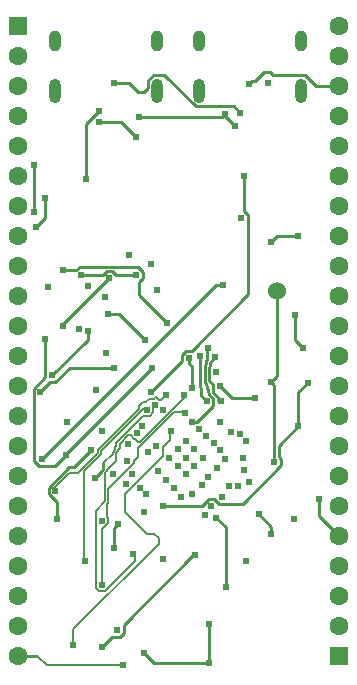
<source format=gbl>
G04 Layer: BottomLayer*
G04 EasyEDA Pro v2.2.45.4, 2026-01-02 03:19:05*
G04 Gerber Generator version 0.3*
G04 Scale: 100 percent, Rotated: No, Reflected: No*
G04 Dimensions in millimeters*
G04 Leading zeros omitted, absolute positions, 4 integers and 5 decimals*
G04 Generated by one-click*
%FSLAX45Y45*%
%MOMM*%
%ADD10R,1.6X1.6*%
%ADD11C,1.6*%
%ADD12O,1.0X1.8*%
%ADD13O,1.0X2.1*%
%ADD14C,1.524*%
%ADD15C,0.6096*%
%ADD16C,0.6162*%
%ADD17C,0.61*%
%ADD18C,0.254*%
%ADD19C,0.127*%
%ADD20C,0.1778*%
%ADD21C,0.1524*%
G75*


G04 Pad Start*
G54D10*
G01X2857500Y139700D03*
G54D11*
G01X2857500Y393700D03*
G01X2857500Y647700D03*
G01X2857500Y901700D03*
G01X2857500Y1155700D03*
G01X2857500Y1409700D03*
G01X2857500Y1663700D03*
G01X2857500Y1917700D03*
G01X2857500Y2171700D03*
G01X2857500Y2425700D03*
G01X2857500Y2679700D03*
G01X2857500Y2933700D03*
G01X2857500Y3187700D03*
G01X2857500Y3441700D03*
G01X2857500Y3695700D03*
G01X2857500Y3949700D03*
G01X2857500Y4203700D03*
G01X2857500Y4457700D03*
G01X2857500Y4711700D03*
G01X2857500Y4965700D03*
G01X2857500Y5219700D03*
G01X2857500Y5473700D03*
G54D10*
G01X139700Y5473700D03*
G54D11*
G01X139700Y5219700D03*
G01X139700Y4965700D03*
G01X139700Y4711700D03*
G01X139700Y4457700D03*
G01X139700Y4203700D03*
G01X139700Y3949700D03*
G01X139700Y3695700D03*
G01X139700Y3441700D03*
G01X139700Y3187700D03*
G01X139700Y2933700D03*
G01X139700Y2679700D03*
G01X139700Y2425700D03*
G01X139700Y2171700D03*
G01X139700Y1917700D03*
G01X139700Y1663700D03*
G01X139700Y1409700D03*
G01X139700Y1155700D03*
G01X139700Y901700D03*
G01X139700Y647700D03*
G01X139700Y393700D03*
G01X139700Y139700D03*
G54D12*
G01X1320991Y5342636D03*
G54D13*
G01X1320991Y4924628D03*
G01X457010Y4924628D03*
G54D12*
G01X457010Y5342636D03*
G01X2540191Y5342636D03*
G54D13*
G01X2540191Y4924628D03*
G01X1676210Y4924628D03*
G54D12*
G01X1676210Y5342636D03*
G54D14*
G01X2336800Y3225800D03*
G04 Pad End*

G04 Via Start*
G54D15*
G01X1491389Y1886828D03*
G01X1420679Y1816118D03*
G01X1632775Y1745407D03*
G01X1562082Y1674715D03*
G01X1562100Y1957539D03*
G01X1703521Y1816118D03*
G01X1562100Y1816118D03*
G01X1632739Y1886828D03*
G01X1491389Y1745407D03*
G54D17*
G01X1552998Y2193502D03*
G01X1545530Y2349500D03*
G01X1365218Y2216321D03*
G01X1435100Y2044700D03*
G01X1301648Y2260515D03*
G01X1265500Y2371702D03*
G01X1308100Y1917700D03*
G01X1147985Y2026817D03*
G01X1244600Y1866900D03*
G01X1074842Y1931921D03*
G01X1066800Y1790700D03*
G01X1051481Y1597700D03*
G01X1172707Y1562251D03*
G01X1224359Y1506141D03*
G01X1327757Y1702953D03*
G01X1397000Y1625600D03*
G01X1206559Y1358761D03*
G01X1460500Y1562100D03*
G01X1365086Y1409700D03*
G01X1524000Y1485900D03*
G01X1816100Y1308100D03*
G01X1612900Y1511300D03*
G01X1778000Y1409700D03*
G01X1701800Y1587500D03*
G01X1866900Y1485900D03*
G01X1752600Y1651000D03*
G01X1930400Y1574800D03*
G01X1828800Y1727200D03*
G01X2006600Y1574800D03*
G01X1892300Y1803400D03*
G01X2049375Y1709825D03*
G01X2044700Y1816100D03*
G01X2070100Y1955800D03*
G01X1847045Y1878609D03*
G01X2019300Y2019300D03*
G01X1943100Y2032000D03*
G01X1797237Y1936563D03*
G01X1729477Y1996177D03*
G01X1854200Y2120900D03*
G01X1676400Y2057400D03*
G01X1859300Y2298621D03*
G01X1612900Y2120900D03*
G01X1736079Y2293089D03*
G01X1616055Y2403536D03*
G01X469900Y1295400D03*
G01X1368178Y961778D03*
G01X977900Y355600D03*
G01X2070100Y939800D03*
G01X2476500Y1295400D03*
G01X1816197Y2539903D03*
G01X850900Y1282700D03*
G01X850900Y736600D03*
G01X2095500Y1612900D03*
G01X2692400Y1468100D03*
G01X2286020Y2457430D03*
G01X1808500Y2667000D03*
G01X2095500Y4978400D03*
G01X1684000Y2676432D03*
G01X1587500Y2661900D03*
G01X1752600Y2743200D03*
G01X2260600Y4991100D03*
G01X1892300Y4724400D03*
G01X1981200Y4622800D03*
G01X2032000Y3848100D03*
G01X1277600Y2578100D03*
G01X546100Y1841500D03*
G01X946554Y1675996D03*
G01X2278400Y3646150D03*
G01X2513350Y3696950D03*
G01X1898790Y723900D03*
G01X1758810Y406400D03*
G01X1758810Y76200D03*
G01X1206500Y165100D03*
G01X1028700Y60500D03*
G01X717550Y4171950D03*
G01X825500Y4749800D03*
G01X279400Y4292600D03*
G01X279400Y3898900D03*
G01X368300Y4013200D03*
G01X292100Y3771900D03*
G01X852878Y2040132D03*
G01X952500Y1054100D03*
G01X990600Y1257300D03*
G01X1194183Y2088382D03*
G01X914400Y3340100D03*
G01X517170Y2933700D03*
G01X391729Y3258513D03*
G01X889000Y2705100D03*
G01X2311400Y1778000D03*
G01X850900Y215900D03*
G01X1638300Y990600D03*
G01X1727200Y1333500D03*
G01X675218Y3365500D03*
G01X652810Y2904497D03*
G01X952500Y4991100D03*
G01X2019300Y4737100D03*
G01X431800Y2514600D03*
G01X729011Y2890679D03*
G01X2057400Y4203700D03*
G01X1143000Y3365500D03*
G01X558800Y2120900D03*
G01X342900Y1803400D03*
G01X1879600Y3276600D03*
G01X1320800Y3238500D03*
G01X330200Y2374900D03*
G01X952500Y2578100D03*
G01X525308Y3403600D03*
G01X1404600Y2959100D03*
G01X1079500Y3530600D03*
G01X2486005Y3025795D03*
G01X2552700Y2743200D03*
G01X901700Y3035300D03*
G01X368300Y2819400D03*
G01X1219200Y2811269D03*
G01X1117600Y1003300D03*
G01X609600Y228600D03*
G01X711200Y939800D03*
G01X1231900Y2222500D03*
G01X800100Y2387600D03*
G01X1143000Y4533900D03*
G01X825500Y4660900D03*
G01X1270000Y3454400D03*
G01X876300Y3175000D03*
G01X733619Y3267096D03*
G01X1397000Y2344931D03*
G01X457200Y1536700D03*
G01X2598608Y2452599D03*
G01X2514600Y2082800D03*
G54D15*
G01X761221Y1877847D03*
G54D17*
G01X796250Y1647880D03*
G01X1168400Y4699000D03*
G01X2179438Y1336890D03*
G01X2286000Y1168400D03*
G01X1853721Y2421788D03*
G01X2146300Y2324100D03*
G01X1104900Y1676400D03*
G04 Via End*

G04 Track Start*
G54D18*
G01X2857500Y1155700D02*
G01X2692400Y1320800D01*
G01X2692400Y1468100D01*
G01X2857500Y4965700D02*
G01X2664286Y4965700D01*
G01X2572458Y5057528D01*
G01X2295772Y5057528D01*
G01X2273300Y5080000D01*
G01X2222500Y5080000D01*
G01X2124711Y5007611D02*
G01X2095500Y4978400D01*
G01X2150111Y5007611D02*
G01X2124711Y5007611D01*
G01X2222500Y5080000D02*
G01X2150111Y5007611D01*
G01X1736079Y2293089D02*
G01X1693432Y2335736D01*
G01X1587500Y2616200D02*
G01X1587500Y2661900D01*
G01X1616055Y2587645D02*
G01X1587500Y2616200D01*
G01X1616055Y2403536D02*
G01X1616055Y2587645D01*
G01X1693432Y2404576D02*
G01X1684000Y2414008D01*
G01X1684000Y2676432D01*
G01X1693432Y2335736D02*
G01X1693432Y2404576D01*
G01X1892300Y4724400D02*
G01X1892300Y4711700D01*
G01X1981200Y4622800D01*
G01X1758810Y406400D02*
G01X1758810Y76200D01*
G01X1206500Y165100D02*
G01X1295400Y76200D01*
G01X1758810Y76200D01*
G01X1277600Y2578100D02*
G01X546100Y1846600D01*
G01X546100Y1841500D01*
G01X139700Y139700D02*
G01X304800Y139700D01*
G54D19*
G01X304800Y139700D02*
G01X384000Y60500D01*
G01X1028700Y60500D01*
G54D18*
G01X717550Y4171950D02*
G01X717550Y4641850D01*
G01X825500Y4749800D01*
G01X279400Y4292600D02*
G01X279400Y3898900D01*
G01X368300Y4013200D02*
G01X368300Y3848100D01*
G01X292100Y3771900D01*
G01X952500Y1054100D02*
G01X952500Y1219200D01*
G01X990600Y1257300D01*
G01X914400Y3340100D02*
G01X520700Y2946400D01*
G01X520700Y2933700D01*
G01X1625600Y990600D02*
G01X1638300Y990600D01*
G01X850900Y215900D02*
G01X932200Y297200D01*
G01X1002090Y297200D01*
G01X1036300Y331410D01*
G01X1036300Y401300D01*
G01X1625600Y990600D01*
G01X1152970Y4914191D02*
G01X1203007Y4914191D01*
G01X1238388Y4949572D01*
G01X1238388Y4960997D01*
G01X1243090Y4965700D01*
G01X1243090Y5011895D01*
G01X1288723Y5057528D01*
G01X1378142Y5057528D01*
G01X1643942Y4791728D01*
G01X1964672Y4791728D01*
G01X2019300Y4737100D01*
G01X952500Y4991100D02*
G01X1076061Y4991100D01*
G01X1152970Y4914191D01*
G01X431800Y2514600D02*
G01X729011Y2811811D01*
G01X729011Y2890679D01*
G01X2057400Y4203700D02*
G01X2057400Y3905290D01*
G01X2090400Y3872290D01*
G01X675218Y3365500D02*
G01X857210Y3365500D01*
G01X890210Y3398500D01*
G01X938590Y3398500D01*
G01X971590Y3365500D01*
G01X1143000Y3365500D01*
G01X342900Y1803400D02*
G01X1816100Y3276600D01*
G01X1879600Y3276600D01*
G01X330200Y2374900D02*
G01X411500Y2456200D01*
G01X455990Y2456200D01*
G01X577890Y2578100D01*
G01X952500Y2578100D01*
G01X525308Y3403600D02*
G01X630728Y3403600D01*
G01X1201400Y3389690D02*
G01X1201400Y3341310D01*
G01X1167190Y3307100D01*
G01X630728Y3403600D02*
G01X661228Y3434100D01*
G01X1156990Y3434100D01*
G01X1201400Y3389690D01*
G01X1167190Y3307100D02*
G01X1167190Y3196510D01*
G01X1404600Y2959100D01*
G01X2486005Y3025795D02*
G01X2486005Y2809895D01*
G01X2552700Y2743200D01*
G01X368300Y2819400D02*
G01X368300Y2495590D01*
G01X271800Y2399090D01*
G01X271800Y1791910D01*
G01X318710Y1745000D01*
G01X449600Y1745000D01*
G01X546100Y1841500D01*
G01X1219200Y2811269D02*
G01X995169Y3035300D01*
G01X901700Y3035300D01*
G54D19*
G01X1330193Y1133718D02*
G01X1291379Y1172533D01*
G01X1236487Y1172533D01*
G01X1366500Y1906210D02*
G01X1430000Y1969710D01*
G01X1430000Y2039600D01*
G01X1435100Y2044700D01*
G01X609600Y228600D02*
G01X609600Y362364D01*
G01X1330193Y1082957D01*
G01X1330193Y1133718D01*
G01X1236487Y1172533D02*
G01X1049000Y1360019D01*
G54D18*
G01X2090400Y3201610D02*
G01X1609091Y2720300D01*
G01X1563310Y2720300D01*
G01X1529100Y2686090D01*
G01X2090400Y3872290D02*
G01X2090400Y3201610D01*
G01X1529100Y2686090D02*
G01X1529100Y2635302D01*
G01X1265500Y2371702D01*
G01X1143000Y4533900D02*
G01X1016000Y4660900D01*
G01X825500Y4660900D01*
G01X398800Y1512510D02*
G01X469900Y1441410D01*
G01X469900Y1295400D01*
G01X571032Y1733590D02*
G01X398800Y1561357D01*
G01X398800Y1512510D01*
G01X761221Y1877847D02*
G01X616964Y1733590D01*
G01X571032Y1733590D01*
G01X844450Y1698616D02*
G01X863600Y1717766D01*
G54D19*
G01X863600Y1769855D02*
G01X942300Y1848555D01*
G01X942300Y1859795D01*
G01X965200Y1882695D02*
G01X965200Y1905000D01*
G01X942300Y1859795D02*
G01X965200Y1882695D01*
G54D18*
G01X863600Y1717766D02*
G01X863600Y1769855D01*
G54D19*
G01X965200Y1905000D02*
G01X972919Y1912719D01*
G54D20*
G01X1354474Y2302405D02*
G01X1336960Y2302405D01*
G01X1311560Y2327805D01*
G01X1240936Y2302405D02*
G01X1234603Y2302405D01*
G01X1221988Y2289790D01*
G01X1196588Y2289790D01*
G01X1164610Y2257812D01*
G01X1164610Y2232412D01*
G01X571500Y1689100D02*
G01X444500Y1562100D01*
G01X444500Y1549400D01*
G01X444500Y1549400D02*
G01X457200Y1536700D01*
G01X1311560Y2327805D02*
G01X1298805Y2327805D01*
G01X1288112Y2317112D01*
G01X1255643Y2317112D01*
G01X1240936Y2302405D01*
G01X1164610Y2232412D02*
G01X815791Y1883593D01*
G01X815791Y1855244D01*
G01X649648Y1689100D01*
G01X571500Y1689100D01*
G01X1397000Y2344931D02*
G01X1354474Y2302405D01*
G54D21*
G01X1219200Y2235200D02*
G01X1206500Y2235200D01*
G01X1231900Y2222500D02*
G01X1219200Y2235200D01*
G01X698500Y952500D02*
G01X711200Y939800D01*
G01X1206500Y2235200D02*
G01X842501Y1871201D01*
G01X842501Y1844180D01*
G01X698500Y1700179D01*
G01X698500Y952500D01*
G54D19*
G01X1301648Y2258067D02*
G01X1301648Y2260515D01*
G01X1253460Y2170450D02*
G01X1283950Y2200940D01*
G01X1283950Y2240369D01*
G01X1301648Y2258067D01*
G01X1202641Y2170450D02*
G01X1253460Y2170450D01*
G54D18*
G01X796250Y1647880D02*
G01X844450Y1696081D01*
G01X844450Y1698616D01*
G01X2598608Y2452599D02*
G01X2514600Y2368590D01*
G01X2514600Y2082800D01*
G54D19*
G01X797018Y725964D02*
G01X797018Y1364854D01*
G01X878218Y1446054D01*
G01X1156491Y1951424D02*
G01X1174452Y1951424D01*
G01X1550048Y2327020D01*
G01X1550048Y2344982D01*
G01X1545530Y2349500D01*
G01X872460Y684550D02*
G01X829340Y684550D01*
G01X798850Y715040D01*
G01X798850Y724132D01*
G01X797018Y725964D01*
G01X878218Y1446054D02*
G01X878218Y1691018D01*
G01X892850Y1705650D01*
G01X892850Y1714686D01*
G01X969718Y1791554D01*
G01X969718Y1854828D01*
G01X988100Y1873210D01*
G01X988100Y1882246D01*
G01X1073908Y2007454D02*
G01X1093738Y2007454D01*
G01X1126425Y1974767D01*
G01X1133148Y1974767D01*
G01X1156491Y1951424D01*
G01X1117600Y1003300D02*
G01X1126636Y994264D01*
G01X1126636Y938726D01*
G01X872460Y684550D01*
G01X988100Y1882246D02*
G01X1000218Y1894364D01*
G01X1000218Y1933764D01*
G01X1073908Y2007454D01*
G01X972919Y1912719D02*
G01X972919Y1940728D01*
G01X1202641Y2170450D01*
G54D18*
G01X1898790Y723900D02*
G01X1898790Y1225410D01*
G01X1816100Y1308100D01*
G01X1365086Y1409700D02*
G01X1695410Y1409700D01*
G01X1753810Y1468100D01*
G01X1802190Y1468100D01*
G01X1842791Y1427500D01*
G01X2369800Y1753810D02*
G01X2369800Y1802190D01*
G01X2347000Y1824990D01*
G01X2347000Y1915200D01*
G01X2514600Y2082800D01*
G01X1842791Y1427500D02*
G01X2043490Y1427500D01*
G01X2369800Y1753810D01*
G01X1168400Y4699000D02*
G01X1866900Y4699000D01*
G01X1892300Y4724400D01*
G01X1787973Y2253923D02*
G01X1651886Y2117836D01*
G01X1615964Y2117836D01*
G01X1612900Y2120900D01*
G01X1752600Y2743200D02*
G01X1740786Y2731386D01*
G01X1740786Y2702236D01*
G01X1742400Y2700622D01*
G01X1742400Y2652242D01*
G01X1728086Y2637927D01*
G01X1728086Y2606178D01*
G01X1719600Y2597692D01*
G01X1719600Y2456976D01*
G01X1733077Y2443498D01*
G01X1759721Y2351489D01*
G01X1760269Y2351489D01*
G01X1794479Y2268899D02*
G01X1787973Y2262393D01*
G01X1787973Y2253923D01*
G01X1760269Y2351489D02*
G01X1794479Y2317279D01*
G01X1794479Y2268899D01*
G01X1763686Y2591432D02*
G01X1755200Y2582946D01*
G01X1755200Y2471722D01*
G01X1795321Y2431601D01*
G01X1795321Y2366784D01*
G01X1830079Y2332025D01*
G01X1830079Y2302533D01*
G01X1833992Y2298621D01*
G01X1859300Y2298621D01*
G01X1808500Y2667000D02*
G01X1763686Y2622185D01*
G01X1763686Y2591432D01*
G01X1853721Y2421788D02*
G01X1951409Y2324100D01*
G01X2146300Y2324100D01*
G01X2311400Y1778000D02*
G01X2311400Y2432050D01*
G01X2286020Y2457430D01*
G01X2336800Y3225800D02*
G01X2336800Y2508210D01*
G01X2286020Y2457430D01*
G01X2278400Y3646150D02*
G01X2329200Y3696950D01*
G01X2513350Y3696950D01*
G01X2286000Y1230327D02*
G01X2286000Y1168400D01*
G01X2179438Y1336890D02*
G01X2286000Y1230327D01*
G54D19*
G01X1049000Y1360019D02*
G01X1049000Y1512155D01*
G01X1366500Y1829655D01*
G01X1366500Y1906210D01*
G01X1541800Y2204700D02*
G01X1461710Y2204700D01*
G01X1154450Y1897440D01*
G01X1154450Y1821159D01*
G01X1552999Y2193501D02*
G01X1541800Y2204700D01*
G01X1154450Y1821159D02*
G01X1118850Y1785560D01*
G01X1118850Y1769140D01*
G01X901118Y1436569D02*
G01X896600Y1432051D01*
G01X896600Y1310610D01*
G01X902950Y1304260D01*
G01X902950Y1261140D01*
G01X1118850Y1769140D02*
G01X901118Y1551408D01*
G01X901118Y1436569D01*
G01X902950Y1261140D02*
G01X850900Y1209090D01*
G01X850900Y736600D01*
G04 Track End*

M02*


</source>
